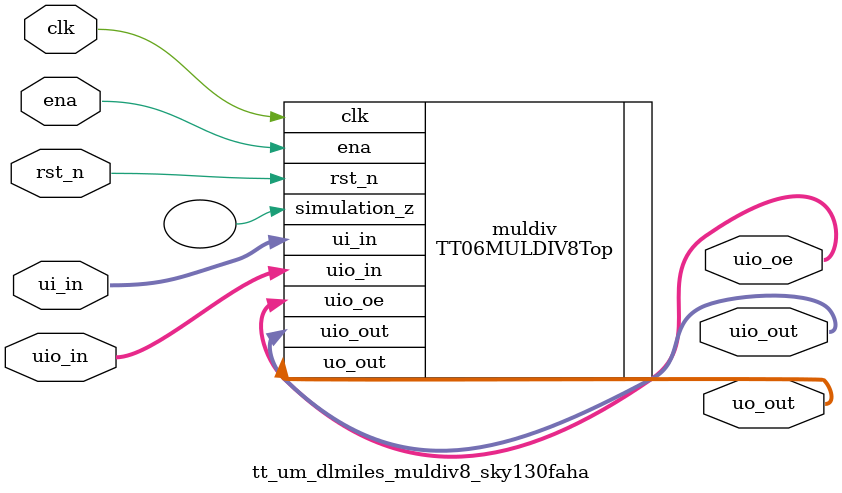
<source format=v>
/*
 * Copyright (c) 2024 Darryl L. Miles
 * SPDX-License-Identifier: Apache-2.0
 */

`default_nettype none

module tt_um_dlmiles_muldiv8_sky130faha (
    input  wire [7:0] ui_in,    // Dedicated inputs
    output wire [7:0] uo_out,   // Dedicated outputs
    input  wire [7:0] uio_in,   // IOs: Input path
    output wire [7:0] uio_out,  // IOs: Output path
    output wire [7:0] uio_oe,   // IOs: Enable path (active high: 0=input, 1=output)
    input  wire       ena,      // will go high when the design is enabled
    input  wire       clk,      // clock
    input  wire       rst_n     // reset_n - low to reset
);

  TT06MULDIV8Top muldiv (
      .ui_in  (ui_in),    // Dedicated inputs
      .uo_out (uo_out),   // Dedicated outputs
      .uio_in (uio_in),   // IOs: Input path
      .uio_out(uio_out),  // IOs: Output path
      .uio_oe (uio_oe),   // IOs: Enable path (active high: 0=input, 1=output)
      .ena    (ena),      // enable - goes high when design is selected
      .clk    (clk),      // clock
      .rst_n  (rst_n),    // not reset

      .simulation_z (/*n/c*/)
  );

endmodule

</source>
